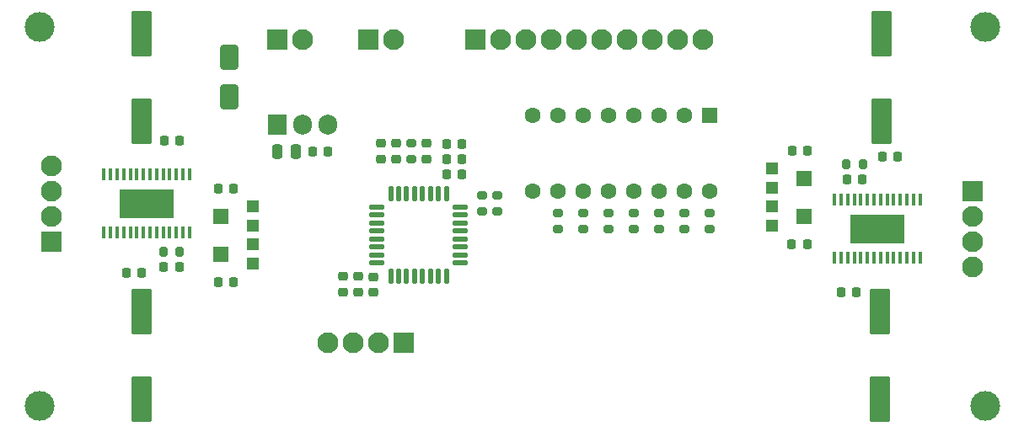
<source format=gbr>
%TF.GenerationSoftware,KiCad,Pcbnew,9.0.3*%
%TF.CreationDate,2025-10-17T11:05:45+02:00*%
%TF.ProjectId,PCB_Driver_Stepper,5043425f-4472-4697-9665-725f53746570,rev?*%
%TF.SameCoordinates,Original*%
%TF.FileFunction,Soldermask,Top*%
%TF.FilePolarity,Negative*%
%FSLAX46Y46*%
G04 Gerber Fmt 4.6, Leading zero omitted, Abs format (unit mm)*
G04 Created by KiCad (PCBNEW 9.0.3) date 2025-10-17 11:05:45*
%MOMM*%
%LPD*%
G01*
G04 APERTURE LIST*
G04 Aperture macros list*
%AMRoundRect*
0 Rectangle with rounded corners*
0 $1 Rounding radius*
0 $2 $3 $4 $5 $6 $7 $8 $9 X,Y pos of 4 corners*
0 Add a 4 corners polygon primitive as box body*
4,1,4,$2,$3,$4,$5,$6,$7,$8,$9,$2,$3,0*
0 Add four circle primitives for the rounded corners*
1,1,$1+$1,$2,$3*
1,1,$1+$1,$4,$5*
1,1,$1+$1,$6,$7*
1,1,$1+$1,$8,$9*
0 Add four rect primitives between the rounded corners*
20,1,$1+$1,$2,$3,$4,$5,0*
20,1,$1+$1,$4,$5,$6,$7,0*
20,1,$1+$1,$6,$7,$8,$9,0*
20,1,$1+$1,$8,$9,$2,$3,0*%
G04 Aperture macros list end*
%ADD10RoundRect,0.250000X-0.250000X-0.475000X0.250000X-0.475000X0.250000X0.475000X-0.250000X0.475000X0*%
%ADD11RoundRect,0.225000X-0.225000X-0.250000X0.225000X-0.250000X0.225000X0.250000X-0.225000X0.250000X0*%
%ADD12RoundRect,0.250001X0.799999X-2.049999X0.799999X2.049999X-0.799999X2.049999X-0.799999X-2.049999X0*%
%ADD13R,1.000000X1.000000*%
%ADD14C,1.000000*%
%ADD15R,0.304800X1.219200*%
%ADD16R,5.511800X2.895600*%
%ADD17C,3.000000*%
%ADD18RoundRect,0.225000X0.225000X0.250000X-0.225000X0.250000X-0.225000X-0.250000X0.225000X-0.250000X0*%
%ADD19RoundRect,0.225000X0.250000X-0.225000X0.250000X0.225000X-0.250000X0.225000X-0.250000X-0.225000X0*%
%ADD20RoundRect,0.250000X0.650000X-1.000000X0.650000X1.000000X-0.650000X1.000000X-0.650000X-1.000000X0*%
%ADD21R,1.200000X1.200000*%
%ADD22R,1.500000X1.600000*%
%ADD23RoundRect,0.250000X-0.550000X0.550000X-0.550000X-0.550000X0.550000X-0.550000X0.550000X0.550000X0*%
%ADD24C,1.600000*%
%ADD25RoundRect,0.200000X0.275000X-0.200000X0.275000X0.200000X-0.275000X0.200000X-0.275000X-0.200000X0*%
%ADD26RoundRect,0.250001X-0.799999X2.049999X-0.799999X-2.049999X0.799999X-2.049999X0.799999X2.049999X0*%
%ADD27RoundRect,0.250001X0.799999X-0.799999X0.799999X0.799999X-0.799999X0.799999X-0.799999X-0.799999X0*%
%ADD28C,2.100000*%
%ADD29RoundRect,0.200000X-0.275000X0.200000X-0.275000X-0.200000X0.275000X-0.200000X0.275000X0.200000X0*%
%ADD30RoundRect,0.250001X-0.799999X-0.799999X0.799999X-0.799999X0.799999X0.799999X-0.799999X0.799999X0*%
%ADD31RoundRect,0.125000X-0.125000X0.625000X-0.125000X-0.625000X0.125000X-0.625000X0.125000X0.625000X0*%
%ADD32RoundRect,0.125000X-0.625000X0.125000X-0.625000X-0.125000X0.625000X-0.125000X0.625000X0.125000X0*%
%ADD33R,1.905000X2.000000*%
%ADD34O,1.905000X2.000000*%
%ADD35RoundRect,0.200000X0.200000X0.275000X-0.200000X0.275000X-0.200000X-0.275000X0.200000X-0.275000X0*%
%ADD36RoundRect,0.200000X-0.200000X-0.275000X0.200000X-0.275000X0.200000X0.275000X-0.200000X0.275000X0*%
%ADD37RoundRect,0.250001X-0.799999X0.799999X-0.799999X-0.799999X0.799999X-0.799999X0.799999X0.799999X0*%
%ADD38RoundRect,0.250001X0.799999X0.799999X-0.799999X0.799999X-0.799999X-0.799999X0.799999X-0.799999X0*%
G04 APERTURE END LIST*
D10*
%TO.C,C201*%
X113771000Y-80913000D03*
X115671000Y-80913000D03*
%TD*%
D11*
%TO.C,C403*%
X107849000Y-84596000D03*
X109399000Y-84596000D03*
%TD*%
D12*
%TO.C,C411*%
X174477000Y-77825000D03*
X174477000Y-69025000D03*
%TD*%
D13*
%TO.C,J107*%
X100055000Y-86120000D03*
D14*
X101325000Y-86120000D03*
X102595000Y-86120000D03*
%TD*%
D15*
%TO.C,U401*%
X96397400Y-89071400D03*
X97057800Y-89071400D03*
X97718200Y-89071400D03*
X98378600Y-89071400D03*
X99039000Y-89071400D03*
X99699400Y-89071400D03*
X100359800Y-89071400D03*
X101020200Y-89071400D03*
X101680600Y-89071400D03*
X102341000Y-89071400D03*
X103001400Y-89071400D03*
X103661800Y-89071400D03*
X104322200Y-89071400D03*
X104982600Y-89071400D03*
X104982600Y-83178600D03*
X104322200Y-83178600D03*
X103661800Y-83178600D03*
X103001400Y-83178600D03*
X102341000Y-83178600D03*
X101680600Y-83178600D03*
X101020200Y-83178600D03*
X100359800Y-83178600D03*
X99699400Y-83178600D03*
X99039000Y-83178600D03*
X98378600Y-83178600D03*
X97718200Y-83178600D03*
X97057800Y-83178600D03*
X96397400Y-83178600D03*
D16*
X100690000Y-86125000D03*
%TD*%
D17*
%TO.C,FID104*%
X184891000Y-106440000D03*
%TD*%
D18*
%TO.C,C404*%
X172585000Y-83728000D03*
X171035000Y-83728000D03*
%TD*%
D19*
%TO.C,C302*%
X123423000Y-95036000D03*
X123423000Y-93486000D03*
%TD*%
D20*
%TO.C,D201*%
X108945000Y-75420000D03*
X108945000Y-71420000D03*
%TD*%
D21*
%TO.C,RV403*%
X163480000Y-82585000D03*
D22*
X166730000Y-83585000D03*
D21*
X163480000Y-84585000D03*
%TD*%
%TO.C,RV401*%
X111380000Y-92200000D03*
D22*
X108130000Y-91200000D03*
D21*
X111380000Y-90200000D03*
%TD*%
D23*
%TO.C,U302*%
X157205000Y-77230000D03*
D24*
X154665000Y-77230000D03*
X152125000Y-77230000D03*
X149585000Y-77230000D03*
X147045000Y-77230000D03*
X144505000Y-77230000D03*
X141965000Y-77230000D03*
X139425000Y-77230000D03*
X139425000Y-84850000D03*
X141965000Y-84850000D03*
X144505000Y-84850000D03*
X147045000Y-84850000D03*
X149585000Y-84850000D03*
X152125000Y-84850000D03*
X154665000Y-84850000D03*
X157205000Y-84850000D03*
%TD*%
D25*
%TO.C,R308*%
X147045000Y-88723000D03*
X147045000Y-87073000D03*
%TD*%
D11*
%TO.C,C412*%
X174591000Y-81442000D03*
X176141000Y-81442000D03*
%TD*%
D25*
%TO.C,R303*%
X135869000Y-86945000D03*
X135869000Y-85295000D03*
%TD*%
%TO.C,R310*%
X141965000Y-88723000D03*
X141965000Y-87073000D03*
%TD*%
D18*
%TO.C,C405*%
X167071000Y-80791000D03*
X165521000Y-80791000D03*
%TD*%
D26*
%TO.C,C407*%
X100142600Y-96960000D03*
X100142600Y-105760000D03*
%TD*%
D21*
%TO.C,RV404*%
X163480000Y-86395000D03*
D22*
X166730000Y-87395000D03*
D21*
X163480000Y-88395000D03*
%TD*%
D17*
%TO.C,FID101*%
X89895000Y-106440000D03*
%TD*%
D19*
%TO.C,C301*%
X128757000Y-81625000D03*
X128757000Y-80075000D03*
%TD*%
D17*
%TO.C,FID103*%
X184891000Y-68340000D03*
%TD*%
D27*
%TO.C,J105*%
X91120100Y-89940000D03*
D28*
X91120100Y-87400000D03*
X91120100Y-84860000D03*
X91120100Y-82320000D03*
%TD*%
D17*
%TO.C,FID102*%
X89895000Y-68340000D03*
%TD*%
D25*
%TO.C,R305*%
X154665000Y-88723000D03*
X154665000Y-87073000D03*
%TD*%
%TO.C,R309*%
X144505000Y-88723000D03*
X144505000Y-87073000D03*
%TD*%
D11*
%TO.C,C307*%
X130802000Y-80151000D03*
X132352000Y-80151000D03*
%TD*%
D25*
%TO.C,R307*%
X149585000Y-88723000D03*
X149585000Y-87073000D03*
%TD*%
D29*
%TO.C,R302*%
X134345000Y-85295000D03*
X134345000Y-86945000D03*
%TD*%
D30*
%TO.C,J102*%
X133710000Y-69609000D03*
D28*
X136250000Y-69609000D03*
X138790000Y-69609000D03*
X141330000Y-69609000D03*
X143870000Y-69609000D03*
X146410000Y-69609000D03*
X148950000Y-69609000D03*
X151490000Y-69609000D03*
X154030000Y-69609000D03*
X156570000Y-69609000D03*
%TD*%
D19*
%TO.C,C304*%
X120375000Y-95023000D03*
X120375000Y-93473000D03*
%TD*%
D31*
%TO.C,U301*%
X130795000Y-85120000D03*
X129995000Y-85120000D03*
X129195000Y-85120000D03*
X128395000Y-85120000D03*
X127595000Y-85120000D03*
X126795000Y-85120000D03*
X125995000Y-85120000D03*
X125195000Y-85120000D03*
D32*
X123820000Y-86495000D03*
X123820000Y-87295000D03*
X123820000Y-88095000D03*
X123820000Y-88895000D03*
X123820000Y-89695000D03*
X123820000Y-90495000D03*
X123820000Y-91295000D03*
X123820000Y-92095000D03*
D31*
X125195000Y-93470000D03*
X125995000Y-93470000D03*
X126795000Y-93470000D03*
X127595000Y-93470000D03*
X128395000Y-93470000D03*
X129195000Y-93470000D03*
X129995000Y-93470000D03*
X130795000Y-93470000D03*
D32*
X132170000Y-92095000D03*
X132170000Y-91295000D03*
X132170000Y-90495000D03*
X132170000Y-89695000D03*
X132170000Y-88895000D03*
X132170000Y-88095000D03*
X132170000Y-87295000D03*
X132170000Y-86495000D03*
%TD*%
D25*
%TO.C,R304*%
X157205000Y-88723000D03*
X157205000Y-87073000D03*
%TD*%
D30*
%TO.C,J103*%
X122915000Y-69610000D03*
D28*
X125455000Y-69610000D03*
%TD*%
D19*
%TO.C,C309*%
X124185000Y-81625000D03*
X124185000Y-80075000D03*
%TD*%
D18*
%TO.C,C408*%
X100155600Y-93105000D03*
X98605600Y-93105000D03*
%TD*%
D25*
%TO.C,R306*%
X152125000Y-88723000D03*
X152125000Y-87073000D03*
%TD*%
D18*
%TO.C,C414*%
X171950000Y-95015000D03*
X170400000Y-95015000D03*
%TD*%
D12*
%TO.C,C409*%
X100142600Y-77820000D03*
X100142600Y-69020000D03*
%TD*%
D11*
%TO.C,C402*%
X107849000Y-93994000D03*
X109399000Y-93994000D03*
%TD*%
%TO.C,C306*%
X130802000Y-81675000D03*
X132352000Y-81675000D03*
%TD*%
D21*
%TO.C,RV402*%
X111380000Y-88390000D03*
D22*
X108130000Y-87390000D03*
D21*
X111380000Y-86390000D03*
%TD*%
D18*
%TO.C,C202*%
X118864000Y-80913000D03*
X117314000Y-80913000D03*
%TD*%
D11*
%TO.C,C410*%
X102455000Y-79770000D03*
X104005000Y-79770000D03*
%TD*%
D33*
%TO.C,U201*%
X113771000Y-78180000D03*
D34*
X116311000Y-78180000D03*
X118851000Y-78180000D03*
%TD*%
D19*
%TO.C,C303*%
X121899000Y-95023000D03*
X121899000Y-93473000D03*
%TD*%
D26*
%TO.C,C413*%
X174350000Y-96965000D03*
X174350000Y-105765000D03*
%TD*%
D30*
%TO.C,J101*%
X113772000Y-69610000D03*
D28*
X116312000Y-69610000D03*
%TD*%
D35*
%TO.C,R406*%
X172635000Y-82204000D03*
X170985000Y-82204000D03*
%TD*%
D29*
%TO.C,R301*%
X127233000Y-80025000D03*
X127233000Y-81675000D03*
%TD*%
D19*
%TO.C,C308*%
X125709000Y-81625000D03*
X125709000Y-80075000D03*
%TD*%
D36*
%TO.C,R403*%
X102341000Y-90946000D03*
X103991000Y-90946000D03*
%TD*%
D18*
%TO.C,C406*%
X167020200Y-90189000D03*
X165470200Y-90189000D03*
%TD*%
D37*
%TO.C,J106*%
X183626500Y-84850000D03*
D28*
X183626500Y-87390000D03*
X183626500Y-89930000D03*
X183626500Y-92470000D03*
%TD*%
D38*
%TO.C,J104*%
X126471000Y-100090000D03*
D28*
X123931000Y-100090000D03*
X121391000Y-100090000D03*
X118851000Y-100090000D03*
%TD*%
D15*
%TO.C,U402*%
X178374000Y-85718600D03*
X177713600Y-85718600D03*
X177053200Y-85718600D03*
X176392800Y-85718600D03*
X175732400Y-85718600D03*
X175072000Y-85718600D03*
X174411600Y-85718600D03*
X173751200Y-85718600D03*
X173090800Y-85718600D03*
X172430400Y-85718600D03*
X171770000Y-85718600D03*
X171109600Y-85718600D03*
X170449200Y-85718600D03*
X169788800Y-85718600D03*
X169788800Y-91611400D03*
X170449200Y-91611400D03*
X171109600Y-91611400D03*
X171770000Y-91611400D03*
X172430400Y-91611400D03*
X173090800Y-91611400D03*
X173751200Y-91611400D03*
X174411600Y-91611400D03*
X175072000Y-91611400D03*
X175732400Y-91611400D03*
X176392800Y-91611400D03*
X177053200Y-91611400D03*
X177713600Y-91611400D03*
X178374000Y-91611400D03*
D16*
X174081400Y-88665000D03*
%TD*%
D11*
%TO.C,C305*%
X130789000Y-83199000D03*
X132339000Y-83199000D03*
%TD*%
D13*
%TO.C,J108*%
X174731000Y-88665000D03*
D14*
X173461000Y-88665000D03*
X172191000Y-88665000D03*
%TD*%
D11*
%TO.C,C401*%
X102391000Y-92470000D03*
X103941000Y-92470000D03*
%TD*%
M02*

</source>
